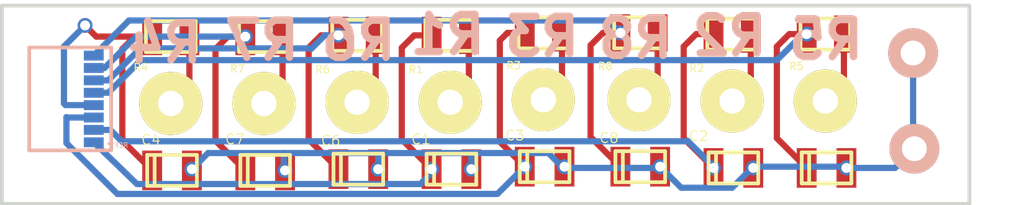
<source format=kicad_pcb>
(kicad_pcb (version 4) (host pcbnew 4.0.2-stable)

  (general
    (links 0)
    (no_connects 0)
    (area 135.274999 102.074999 174.375001 110.225001)
    (thickness 1.6)
    (drawings 12)
    (tracks 135)
    (zones 0)
    (modules 27)
    (nets 1)
  )

  (page A4)
  (layers
    (0 F.Cu signal)
    (31 B.Cu signal)
    (32 B.Adhes user)
    (33 F.Adhes user)
    (34 B.Paste user)
    (35 F.Paste user)
    (36 B.SilkS user)
    (37 F.SilkS user)
    (38 B.Mask user)
    (39 F.Mask user)
    (40 Dwgs.User user)
    (41 Cmts.User user)
    (42 Eco1.User user)
    (43 Eco2.User user)
    (44 Edge.Cuts user)
    (45 Margin user)
    (46 B.CrtYd user)
    (47 F.CrtYd user)
    (48 B.Fab user)
    (49 F.Fab user)
  )

  (setup
    (last_trace_width 0.25)
    (trace_clearance 0.2)
    (zone_clearance 0.508)
    (zone_45_only no)
    (trace_min 0.2)
    (segment_width 0.2)
    (edge_width 0.15)
    (via_size 0.6)
    (via_drill 0.4)
    (via_min_size 0.4)
    (via_min_drill 0.3)
    (uvia_size 0.3)
    (uvia_drill 0.1)
    (uvias_allowed no)
    (uvia_min_size 0.2)
    (uvia_min_drill 0.1)
    (pcb_text_width 0.3)
    (pcb_text_size 1.5 1.5)
    (mod_edge_width 0.15)
    (mod_text_size 1 1)
    (mod_text_width 0.15)
    (pad_size 1.524 1.524)
    (pad_drill 0.762)
    (pad_to_mask_clearance 0.2)
    (aux_axis_origin 0 0)
    (visible_elements 7FFFFFBF)
    (pcbplotparams
      (layerselection 0x00030_80000001)
      (usegerberextensions false)
      (excludeedgelayer true)
      (linewidth 0.100000)
      (plotframeref false)
      (viasonmask false)
      (mode 1)
      (useauxorigin false)
      (hpglpennumber 1)
      (hpglpenspeed 20)
      (hpglpendiameter 15)
      (hpglpenoverlay 2)
      (psnegative false)
      (psa4output false)
      (plotreference true)
      (plotvalue true)
      (plotinvisibletext false)
      (padsonsilk false)
      (subtractmaskfromsilk false)
      (outputformat 1)
      (mirror false)
      (drillshape 1)
      (scaleselection 1)
      (outputdirectory ""))
  )

  (net 0 "")

  (net_class Default "This is the default net class."
    (clearance 0.2)
    (trace_width 0.25)
    (via_dia 0.6)
    (via_drill 0.4)
    (uvia_dia 0.3)
    (uvia_drill 0.1)
  )

  (module "ground pad" (layer B.Cu) (tedit 57900340) (tstamp 57900322)
    (at 172.085 107.9246)
    (fp_text reference REF** (at 0 -0.5) (layer B.SilkS) hide
      (effects (font (size 1 1) (thickness 0.15)) (justify mirror))
    )
    (fp_text value "ground pad" (at 0 0.5) (layer B.Fab)
      (effects (font (size 1 1) (thickness 0.15)) (justify mirror))
    )
    (pad 1 thru_hole circle (at 0 0) (size 2 2) (drill 1) (layers *.Cu *.Mask B.SilkS))
  )

  (module "ground pad" (layer B.Cu) (tedit 5790033B) (tstamp 57900312)
    (at 172.0342 104.0638)
    (fp_text reference REF** (at 0 -0.5) (layer B.SilkS) hide
      (effects (font (size 1 1) (thickness 0.15)) (justify mirror))
    )
    (fp_text value "ground pad" (at 0 0.5) (layer B.Fab)
      (effects (font (size 1 1) (thickness 0.15)) (justify mirror))
    )
    (pad 1 thru_hole circle (at 0 0) (size 2 2) (drill 1) (layers *.Cu *.Mask B.SilkS))
  )

  (module Pin_Headers:Pin_Header_Straight_1x08 (layer B.Cu) (tedit 578FCF7F) (tstamp 578929BD)
    (at 139.05 106.15)
    (descr "Through hole pin header")
    (tags "pin header")
    (fp_text reference REF** (at 0.95 1.636) (layer B.SilkS)
      (effects (font (size 0.2 0.2) (thickness 0.03)) (justify mirror))
    )
    (fp_text value Pin_Header_Straight_1x08 (at 1.6 2.186) (layer B.Fab)
      (effects (font (size 0.2 0.2) (thickness 0.03)) (justify mirror))
    )
    (fp_line (start 0.7 1.841) (end 0.7 -2.309) (layer B.SilkS) (width 0.15))
    (fp_line (start -2.6 1.841) (end -2.6 -2.309) (layer B.SilkS) (width 0.15))
    (fp_line (start -2.6 -2.309) (end 0.7 -2.309) (layer B.SilkS) (width 0.15))
    (fp_line (start -2.6 1.841) (end 0.7 1.841) (layer B.SilkS) (width 0.15))
    (pad 1 connect rect (at 0 1.516) (size 0.8 0.4) (layers B.Cu B.Mask))
    (pad 2 smd rect (at 0 1.016) (size 0.8 0.4) (layers B.Cu B.Paste B.Mask))
    (pad 3 smd rect (at 0 0.516) (size 0.8 0.4) (layers B.Cu B.Paste B.Mask))
    (pad 4 smd rect (at 0 0.016) (size 0.8 0.4) (layers B.Cu B.Paste B.Mask))
    (pad 5 smd rect (at 0 -0.484) (size 0.8 0.4) (layers B.Cu B.Paste B.Mask))
    (pad 6 smd rect (at 0 -0.984) (size 0.8 0.4) (layers B.Cu B.Paste B.Mask))
    (pad 7 smd rect (at 0 -1.484) (size 0.8 0.4) (layers B.Cu B.Paste B.Mask))
    (pad 8 smd rect (at 0 -1.984) (size 0.8 0.4) (layers B.Cu B.Paste B.Mask))
  )

  (module pins (layer F.Cu) (tedit 578E74DD) (tstamp 5789385A)
    (at 153.4 106.05)
    (fp_text reference REF** (at 0 0.5) (layer F.SilkS) hide
      (effects (font (size 1 1) (thickness 0.15)))
    )
    (fp_text value pins (at 0 -0.5) (layer F.Fab)
      (effects (font (size 1 1) (thickness 0.15)))
    )
    (pad 1 thru_hole circle (at 0 0) (size 2.54 2.54) (drill 1.02) (layers *.Cu *.Mask F.SilkS))
  )

  (module Resistors_ThroughHole:Resistor_Ceramic_Horizontal_L19mm-W8mm-H8mm-p25mm (layer F.Cu) (tedit 578E69FD) (tstamp 57893851)
    (at 153.4 103.35)
    (descr "Resistor, Ceramic, Horizontal")
    (tags "Resistor, Ceramic, Horizontal")
    (fp_text reference R1 (at -1.381 1.3742) (layer F.SilkS)
      (effects (font (size 0.3 0.3) (thickness 0.045)))
    )
    (fp_text value R (at 0 1.016) (layer F.Fab)
      (effects (font (size 0.3 0.3) (thickness 0.045)))
    )
    (fp_line (start -1 -0.625) (end -1 0.625) (layer F.SilkS) (width 0.15))
    (fp_line (start -1 0.625) (end 1 0.625) (layer F.SilkS) (width 0.15))
    (fp_line (start 1 0.625) (end 1 -0.625) (layer F.SilkS) (width 0.15))
    (fp_line (start -1 -0.625) (end 1 -0.625) (layer F.SilkS) (width 0.15))
    (pad 1 smd rect (at -0.75 0 180) (size 0.8 1.5) (layers F.Cu F.Paste F.Mask))
    (pad 2 smd rect (at 0.75 0 180) (size 0.8 1.5) (layers F.Cu F.Paste F.Mask))
    (model Resistors_ThroughHole.3dshapes/Resistor_Ceramic_Horizontal_L19mm-W8mm-H8mm-p25mm.wrl
      (at (xyz 0 0 0))
      (scale (xyz 0.5 1.1 1))
      (rotate (xyz 0 0 0))
    )
  )

  (module Capacitors_Tantalum_SMD:TantalC_SizeR_EIA-2012 (layer F.Cu) (tedit 578E6A0B) (tstamp 57893847)
    (at 153.45 108.75 180)
    (descr "Tantal Cap. , Size C, EIA-2012")
    (fp_text reference C1 (at 1.2278 1.2064 180) (layer F.SilkS)
      (effects (font (size 0.4 0.4) (thickness 0.045)))
    )
    (fp_text value C (at 0 1.27 180) (layer F.Fab)
      (effects (font (size 0.4 0.4) (thickness 0.045)))
    )
    (fp_line (start 0.7 -0.625) (end 0.7 0.625) (layer F.SilkS) (width 0.15))
    (fp_line (start -1 -0.625) (end -1 0.625) (layer F.SilkS) (width 0.15))
    (fp_line (start -1 0.625) (end 1 0.625) (layer F.SilkS) (width 0.15))
    (fp_line (start 1 0.625) (end 1 -0.625) (layer F.SilkS) (width 0.15))
    (fp_line (start 1 -0.625) (end -1 -0.625) (layer F.SilkS) (width 0.15))
    (pad 1 smd rect (at 0.8 0 180) (size 0.8 1.6) (layers F.Cu F.Paste F.Mask))
    (pad 2 smd rect (at -0.8 0 180) (size 0.8 1.6) (layers F.Cu F.Paste F.Mask))
    (model Capacitors_Tantalum_SMD.3dshapes/TantalC_SizeR_EIA-2012.wrl
      (at (xyz 0 0 0))
      (scale (xyz 1.55 1.5 1))
      (rotate (xyz 0 0 0))
    )
  )

  (module Capacitors_Tantalum_SMD:TantalC_SizeR_EIA-2012 (layer F.Cu) (tedit 578E69E7) (tstamp 5789383D)
    (at 149.7 108.75 180)
    (descr "Tantal Cap. , Size C, EIA-2012")
    (fp_text reference C6 (at 1.11 1.1556 180) (layer F.SilkS)
      (effects (font (size 0.4 0.4) (thickness 0.045)))
    )
    (fp_text value C (at 0 1.27 180) (layer F.Fab)
      (effects (font (size 0.4 0.4) (thickness 0.045)))
    )
    (fp_line (start 0.7 -0.625) (end 0.7 0.625) (layer F.SilkS) (width 0.15))
    (fp_line (start -1 -0.625) (end -1 0.625) (layer F.SilkS) (width 0.15))
    (fp_line (start -1 0.625) (end 1 0.625) (layer F.SilkS) (width 0.15))
    (fp_line (start 1 0.625) (end 1 -0.625) (layer F.SilkS) (width 0.15))
    (fp_line (start 1 -0.625) (end -1 -0.625) (layer F.SilkS) (width 0.15))
    (pad 1 smd rect (at 0.8 0 180) (size 0.8 1.6) (layers F.Cu F.Paste F.Mask))
    (pad 2 smd rect (at -0.8 0 180) (size 0.8 1.6) (layers F.Cu F.Paste F.Mask))
    (model Capacitors_Tantalum_SMD.3dshapes/TantalC_SizeR_EIA-2012.wrl
      (at (xyz 0 0 0))
      (scale (xyz 1.55 1.5 1))
      (rotate (xyz 0 0 0))
    )
  )

  (module Resistors_ThroughHole:Resistor_Ceramic_Horizontal_L19mm-W8mm-H8mm-p25mm (layer F.Cu) (tedit 578E69CE) (tstamp 57893834)
    (at 149.65 103.35)
    (descr "Resistor, Ceramic, Horizontal")
    (tags "Resistor, Ceramic, Horizontal")
    (fp_text reference R6 (at -1.3902 1.3742) (layer F.SilkS)
      (effects (font (size 0.3 0.3) (thickness 0.045)))
    )
    (fp_text value R (at 0 1.016) (layer F.Fab)
      (effects (font (size 0.3 0.3) (thickness 0.045)))
    )
    (fp_line (start -1 -0.625) (end -1 0.625) (layer F.SilkS) (width 0.15))
    (fp_line (start -1 0.625) (end 1 0.625) (layer F.SilkS) (width 0.15))
    (fp_line (start 1 0.625) (end 1 -0.625) (layer F.SilkS) (width 0.15))
    (fp_line (start -1 -0.625) (end 1 -0.625) (layer F.SilkS) (width 0.15))
    (pad 1 smd rect (at -0.75 0 180) (size 0.8 1.5) (layers F.Cu F.Paste F.Mask))
    (pad 2 smd rect (at 0.75 0 180) (size 0.8 1.5) (layers F.Cu F.Paste F.Mask))
    (model Resistors_ThroughHole.3dshapes/Resistor_Ceramic_Horizontal_L19mm-W8mm-H8mm-p25mm.wrl
      (at (xyz 0 0 0))
      (scale (xyz 0.5 1.1 1))
      (rotate (xyz 0 0 0))
    )
  )

  (module pins (layer F.Cu) (tedit 578E74D7) (tstamp 57893830)
    (at 149.65 106.05)
    (fp_text reference REF** (at 0 0.5) (layer F.SilkS) hide
      (effects (font (size 1 1) (thickness 0.15)))
    )
    (fp_text value pins (at 0 -0.5) (layer F.Fab)
      (effects (font (size 1 1) (thickness 0.15)))
    )
    (pad 1 thru_hole circle (at 0 0) (size 2.54 2.54) (drill 1.02) (layers *.Cu *.Mask F.SilkS))
  )

  (module pins (layer F.Cu) (tedit 578E691A) (tstamp 57893824)
    (at 142.15 106.1)
    (fp_text reference "" (at 0 0.5) (layer F.SilkS)
      (effects (font (size 1 1) (thickness 0.15)))
    )
    (fp_text value "" (at 0 -0.5) (layer F.Fab)
      (effects (font (size 1 1) (thickness 0.15)))
    )
    (pad 1 thru_hole circle (at 0 0) (size 2.54 2.54) (drill 1.02) (layers *.Cu *.Mask F.SilkS))
  )

  (module Resistors_ThroughHole:Resistor_Ceramic_Horizontal_L19mm-W8mm-H8mm-p25mm (layer F.Cu) (tedit 578E69AC) (tstamp 5789381B)
    (at 142.15 103.4)
    (descr "Resistor, Ceramic, Horizontal")
    (tags "Resistor, Ceramic, Horizontal")
    (fp_text reference R4 (at -1.2054 1.248) (layer F.SilkS)
      (effects (font (size 0.3 0.3) (thickness 0.045)))
    )
    (fp_text value R (at 0.0138 0.994) (layer F.Fab)
      (effects (font (size 0.3 0.3) (thickness 0.045)))
    )
    (fp_line (start -1 -0.625) (end -1 0.625) (layer F.SilkS) (width 0.15))
    (fp_line (start -1 0.625) (end 1 0.625) (layer F.SilkS) (width 0.15))
    (fp_line (start 1 0.625) (end 1 -0.625) (layer F.SilkS) (width 0.15))
    (fp_line (start -1 -0.625) (end 1 -0.625) (layer F.SilkS) (width 0.15))
    (pad 1 smd rect (at -0.75 0 180) (size 0.8 1.5) (layers F.Cu F.Paste F.Mask))
    (pad 2 smd rect (at 0.75 0 180) (size 0.8 1.5) (layers F.Cu F.Paste F.Mask))
    (model Resistors_ThroughHole.3dshapes/Resistor_Ceramic_Horizontal_L19mm-W8mm-H8mm-p25mm.wrl
      (at (xyz 0 0 0))
      (scale (xyz 0.5 1.1 1))
      (rotate (xyz 0 0 0))
    )
  )

  (module Capacitors_Tantalum_SMD:TantalC_SizeR_EIA-2012 (layer F.Cu) (tedit 578E6959) (tstamp 57893811)
    (at 142.2 108.8 180)
    (descr "Tantal Cap. , Size C, EIA-2012")
    (fp_text reference C4 (at 0.849 1.231 180) (layer F.SilkS)
      (effects (font (size 0.4 0.4) (thickness 0.045)))
    )
    (fp_text value C (at 0 1.27 180) (layer F.Fab)
      (effects (font (size 0.4 0.4) (thickness 0.045)))
    )
    (fp_line (start 0.7 -0.625) (end 0.7 0.625) (layer F.SilkS) (width 0.15))
    (fp_line (start -1 -0.625) (end -1 0.625) (layer F.SilkS) (width 0.15))
    (fp_line (start -1 0.625) (end 1 0.625) (layer F.SilkS) (width 0.15))
    (fp_line (start 1 0.625) (end 1 -0.625) (layer F.SilkS) (width 0.15))
    (fp_line (start 1 -0.625) (end -1 -0.625) (layer F.SilkS) (width 0.15))
    (pad 1 smd rect (at 0.8 0 180) (size 0.8 1.6) (layers F.Cu F.Paste F.Mask))
    (pad 2 smd rect (at -0.8 0 180) (size 0.8 1.6) (layers F.Cu F.Paste F.Mask))
    (model Capacitors_Tantalum_SMD.3dshapes/TantalC_SizeR_EIA-2012.wrl
      (at (xyz 0 0 0))
      (scale (xyz 1.55 1.5 1))
      (rotate (xyz 0 0 0))
    )
  )

  (module Capacitors_Tantalum_SMD:TantalC_SizeR_EIA-2012 (layer F.Cu) (tedit 578E69BA) (tstamp 578937F6)
    (at 145.95 108.8 180)
    (descr "Tantal Cap. , Size C, EIA-2012")
    (fp_text reference C7 (at 1.2208 1.2564 180) (layer F.SilkS)
      (effects (font (size 0.4 0.4) (thickness 0.045)))
    )
    (fp_text value C (at 0 1.27 180) (layer F.Fab)
      (effects (font (size 0.4 0.4) (thickness 0.045)))
    )
    (fp_line (start 0.7 -0.625) (end 0.7 0.625) (layer F.SilkS) (width 0.15))
    (fp_line (start -1 -0.625) (end -1 0.625) (layer F.SilkS) (width 0.15))
    (fp_line (start -1 0.625) (end 1 0.625) (layer F.SilkS) (width 0.15))
    (fp_line (start 1 0.625) (end 1 -0.625) (layer F.SilkS) (width 0.15))
    (fp_line (start 1 -0.625) (end -1 -0.625) (layer F.SilkS) (width 0.15))
    (pad 1 smd rect (at 0.8 0 180) (size 0.8 1.6) (layers F.Cu F.Paste F.Mask))
    (pad 2 smd rect (at -0.8 0 180) (size 0.8 1.6) (layers F.Cu F.Paste F.Mask))
    (model Capacitors_Tantalum_SMD.3dshapes/TantalC_SizeR_EIA-2012.wrl
      (at (xyz 0 0 0))
      (scale (xyz 1.55 1.5 1))
      (rotate (xyz 0 0 0))
    )
  )

  (module Resistors_ThroughHole:Resistor_Ceramic_Horizontal_L19mm-W8mm-H8mm-p25mm (layer F.Cu) (tedit 578E69A0) (tstamp 578937ED)
    (at 145.9 103.4)
    (descr "Resistor, Ceramic, Horizontal")
    (tags "Resistor, Ceramic, Horizontal")
    (fp_text reference R7 (at -1.0692 1.2988) (layer F.SilkS)
      (effects (font (size 0.3 0.3) (thickness 0.045)))
    )
    (fp_text value R (at 0 1.016) (layer F.Fab)
      (effects (font (size 0.3 0.3) (thickness 0.045)))
    )
    (fp_line (start -1 -0.625) (end -1 0.625) (layer F.SilkS) (width 0.15))
    (fp_line (start -1 0.625) (end 1 0.625) (layer F.SilkS) (width 0.15))
    (fp_line (start 1 0.625) (end 1 -0.625) (layer F.SilkS) (width 0.15))
    (fp_line (start -1 -0.625) (end 1 -0.625) (layer F.SilkS) (width 0.15))
    (pad 1 smd rect (at -0.75 0 180) (size 0.8 1.5) (layers F.Cu F.Paste F.Mask))
    (pad 2 smd rect (at 0.75 0 180) (size 0.8 1.5) (layers F.Cu F.Paste F.Mask))
    (model Resistors_ThroughHole.3dshapes/Resistor_Ceramic_Horizontal_L19mm-W8mm-H8mm-p25mm.wrl
      (at (xyz 0 0 0))
      (scale (xyz 0.5 1.1 1))
      (rotate (xyz 0 0 0))
    )
  )

  (module pins (layer F.Cu) (tedit 578E74D4) (tstamp 578937E9)
    (at 145.9 106.1)
    (fp_text reference REF** (at 0 0.5) (layer F.SilkS) hide
      (effects (font (size 1 1) (thickness 0.15)))
    )
    (fp_text value pins (at 0 -0.5) (layer F.Fab)
      (effects (font (size 1 1) (thickness 0.15)))
    )
    (pad 1 thru_hole circle (at 0 0) (size 2.54 2.54) (drill 1.02) (layers *.Cu *.Mask F.SilkS))
  )

  (module pins (layer F.Cu) (tedit 578E74E3) (tstamp 57891977)
    (at 168.5 106)
    (fp_text reference REF** (at 0 0.5) (layer F.SilkS) hide
      (effects (font (size 1 1) (thickness 0.15)))
    )
    (fp_text value pins (at 0 -0.5) (layer F.Fab)
      (effects (font (size 1 1) (thickness 0.15)))
    )
    (pad 1 thru_hole circle (at 0 0) (size 2.54 2.54) (drill 1.02) (layers *.Cu *.Mask F.SilkS))
  )

  (module Resistors_ThroughHole:Resistor_Ceramic_Horizontal_L19mm-W8mm-H8mm-p25mm (layer F.Cu) (tedit 578E6A9A) (tstamp 5788091C)
    (at 168.5 103.3)
    (descr "Resistor, Ceramic, Horizontal")
    (tags "Resistor, Ceramic, Horizontal")
    (fp_text reference R5 (at -1.1648 1.2972) (layer F.SilkS)
      (effects (font (size 0.3 0.3) (thickness 0.045)))
    )
    (fp_text value R (at 0 1.016) (layer F.Fab)
      (effects (font (size 0.3 0.3) (thickness 0.045)))
    )
    (fp_line (start -1 -0.625) (end -1 0.625) (layer F.SilkS) (width 0.15))
    (fp_line (start -1 0.625) (end 1 0.625) (layer F.SilkS) (width 0.15))
    (fp_line (start 1 0.625) (end 1 -0.625) (layer F.SilkS) (width 0.15))
    (fp_line (start -1 -0.625) (end 1 -0.625) (layer F.SilkS) (width 0.15))
    (pad 1 smd rect (at -0.75 0 180) (size 0.8 1.5) (layers F.Cu F.Paste F.Mask))
    (pad 2 smd rect (at 0.75 0 180) (size 0.8 1.5) (layers F.Cu F.Paste F.Mask))
    (model Resistors_ThroughHole.3dshapes/Resistor_Ceramic_Horizontal_L19mm-W8mm-H8mm-p25mm.wrl
      (at (xyz 0 0 0))
      (scale (xyz 0.5 1.1 1))
      (rotate (xyz 0 0 0))
    )
  )

  (module Capacitors_Tantalum_SMD:TantalC_SizeR_EIA-2012 (layer F.Cu) (tedit 578E7507) (tstamp 57880912)
    (at 168.55 108.7 180)
    (descr "Tantal Cap. , Size C, EIA-2012")
    (fp_text reference "" (at 0.0254 -1.2954 180) (layer F.SilkS)
      (effects (font (size 0.4 0.4) (thickness 0.045)))
    )
    (fp_text value C (at 0 1.27 180) (layer F.Fab)
      (effects (font (size 0.4 0.4) (thickness 0.045)))
    )
    (fp_line (start 0.7 -0.625) (end 0.7 0.625) (layer F.SilkS) (width 0.15))
    (fp_line (start -1 -0.625) (end -1 0.625) (layer F.SilkS) (width 0.15))
    (fp_line (start -1 0.625) (end 1 0.625) (layer F.SilkS) (width 0.15))
    (fp_line (start 1 0.625) (end 1 -0.625) (layer F.SilkS) (width 0.15))
    (fp_line (start 1 -0.625) (end -1 -0.625) (layer F.SilkS) (width 0.15))
    (pad 1 smd rect (at 0.8 0 180) (size 0.8 1.6) (layers F.Cu F.Paste F.Mask))
    (pad 2 smd rect (at -0.8 0 180) (size 0.8 1.6) (layers F.Cu F.Paste F.Mask))
    (model Capacitors_Tantalum_SMD.3dshapes/TantalC_SizeR_EIA-2012.wrl
      (at (xyz 0 0 0))
      (scale (xyz 1.55 1.5 1))
      (rotate (xyz 0 0 0))
    )
  )

  (module Capacitors_Tantalum_SMD:TantalC_SizeR_EIA-2012 (layer F.Cu) (tedit 578E6A41) (tstamp 57892A4C)
    (at 161.05 108.65 180)
    (descr "Tantal Cap. , Size C, EIA-2012")
    (fp_text reference C8 (at 1.2586 1.1572 180) (layer F.SilkS)
      (effects (font (size 0.4 0.4) (thickness 0.045)))
    )
    (fp_text value C (at 0 1.27 180) (layer F.Fab)
      (effects (font (size 0.4 0.4) (thickness 0.045)))
    )
    (fp_line (start 0.7 -0.625) (end 0.7 0.625) (layer F.SilkS) (width 0.15))
    (fp_line (start -1 -0.625) (end -1 0.625) (layer F.SilkS) (width 0.15))
    (fp_line (start -1 0.625) (end 1 0.625) (layer F.SilkS) (width 0.15))
    (fp_line (start 1 0.625) (end 1 -0.625) (layer F.SilkS) (width 0.15))
    (fp_line (start 1 -0.625) (end -1 -0.625) (layer F.SilkS) (width 0.15))
    (pad 1 smd rect (at 0.8 0 180) (size 0.8 1.6) (layers F.Cu F.Paste F.Mask))
    (pad 2 smd rect (at -0.8 0 180) (size 0.8 1.6) (layers F.Cu F.Paste F.Mask))
    (model Capacitors_Tantalum_SMD.3dshapes/TantalC_SizeR_EIA-2012.wrl
      (at (xyz 0 0 0))
      (scale (xyz 1.55 1.5 1))
      (rotate (xyz 0 0 0))
    )
  )

  (module Resistors_ThroughHole:Resistor_Ceramic_Horizontal_L19mm-W8mm-H8mm-p25mm (layer F.Cu) (tedit 578E6A36) (tstamp 57892A43)
    (at 161 103.25)
    (descr "Resistor, Ceramic, Horizontal")
    (tags "Resistor, Ceramic, Horizontal")
    (fp_text reference R8 (at -1.361 1.3472) (layer F.SilkS)
      (effects (font (size 0.3 0.3) (thickness 0.045)))
    )
    (fp_text value R (at 0 1.016) (layer F.Fab)
      (effects (font (size 0.3 0.3) (thickness 0.045)))
    )
    (fp_line (start -1 -0.625) (end -1 0.625) (layer F.SilkS) (width 0.15))
    (fp_line (start -1 0.625) (end 1 0.625) (layer F.SilkS) (width 0.15))
    (fp_line (start 1 0.625) (end 1 -0.625) (layer F.SilkS) (width 0.15))
    (fp_line (start -1 -0.625) (end 1 -0.625) (layer F.SilkS) (width 0.15))
    (pad 1 smd rect (at -0.75 0 180) (size 0.8 1.5) (layers F.Cu F.Paste F.Mask))
    (pad 2 smd rect (at 0.75 0 180) (size 0.8 1.5) (layers F.Cu F.Paste F.Mask))
    (model Resistors_ThroughHole.3dshapes/Resistor_Ceramic_Horizontal_L19mm-W8mm-H8mm-p25mm.wrl
      (at (xyz 0 0 0))
      (scale (xyz 0.5 1.1 1))
      (rotate (xyz 0 0 0))
    )
  )

  (module pins (layer F.Cu) (tedit 578E74F4) (tstamp 57892A3F)
    (at 161 105.95)
    (fp_text reference REF** (at 0 0.5) (layer F.SilkS) hide
      (effects (font (size 1 1) (thickness 0.15)))
    )
    (fp_text value pins (at 0 -0.5) (layer F.Fab)
      (effects (font (size 1 1) (thickness 0.15)))
    )
    (pad 1 thru_hole circle (at 0 0) (size 2.54 2.54) (drill 1.02) (layers *.Cu *.Mask F.SilkS))
  )

  (module pins (layer F.Cu) (tedit 578E74FF) (tstamp 57892A3B)
    (at 157.15 105.95)
    (fp_text reference REF** (at 0 0.5) (layer F.SilkS) hide
      (effects (font (size 1 1) (thickness 0.15)))
    )
    (fp_text value pins (at 0 -0.5) (layer F.Fab)
      (effects (font (size 1 1) (thickness 0.15)))
    )
    (pad 1 thru_hole circle (at 0 0) (size 2.54 2.54) (drill 1.02) (layers *.Cu *.Mask F.SilkS))
  )

  (module Resistors_ThroughHole:Resistor_Ceramic_Horizontal_L19mm-W8mm-H8mm-p25mm (layer F.Cu) (tedit 578E6A27) (tstamp 57892A32)
    (at 157.15 103.25)
    (descr "Resistor, Ceramic, Horizontal")
    (tags "Resistor, Ceramic, Horizontal")
    (fp_text reference R3 (at -1.194 1.3218) (layer F.SilkS)
      (effects (font (size 0.3 0.3) (thickness 0.045)))
    )
    (fp_text value R (at 0 1.016) (layer F.Fab)
      (effects (font (size 0.3 0.3) (thickness 0.045)))
    )
    (fp_line (start -1 -0.625) (end -1 0.625) (layer F.SilkS) (width 0.15))
    (fp_line (start -1 0.625) (end 1 0.625) (layer F.SilkS) (width 0.15))
    (fp_line (start 1 0.625) (end 1 -0.625) (layer F.SilkS) (width 0.15))
    (fp_line (start -1 -0.625) (end 1 -0.625) (layer F.SilkS) (width 0.15))
    (pad 1 smd rect (at -0.75 0 180) (size 0.8 1.5) (layers F.Cu F.Paste F.Mask))
    (pad 2 smd rect (at 0.75 0 180) (size 0.8 1.5) (layers F.Cu F.Paste F.Mask))
    (model Resistors_ThroughHole.3dshapes/Resistor_Ceramic_Horizontal_L19mm-W8mm-H8mm-p25mm.wrl
      (at (xyz 0 0 0))
      (scale (xyz 0.5 1.1 1))
      (rotate (xyz 0 0 0))
    )
  )

  (module Capacitors_Tantalum_SMD:TantalC_SizeR_EIA-2012 (layer F.Cu) (tedit 578E6A1C) (tstamp 57892A28)
    (at 157.2 108.65 180)
    (descr "Tantal Cap. , Size C, EIA-2012")
    (fp_text reference C3 (at 1.1932 1.2588 180) (layer F.SilkS)
      (effects (font (size 0.4 0.4) (thickness 0.045)))
    )
    (fp_text value C (at 0 1.27 180) (layer F.Fab)
      (effects (font (size 0.4 0.4) (thickness 0.045)))
    )
    (fp_line (start 0.7 -0.625) (end 0.7 0.625) (layer F.SilkS) (width 0.15))
    (fp_line (start -1 -0.625) (end -1 0.625) (layer F.SilkS) (width 0.15))
    (fp_line (start -1 0.625) (end 1 0.625) (layer F.SilkS) (width 0.15))
    (fp_line (start 1 0.625) (end 1 -0.625) (layer F.SilkS) (width 0.15))
    (fp_line (start 1 -0.625) (end -1 -0.625) (layer F.SilkS) (width 0.15))
    (pad 1 smd rect (at 0.8 0 180) (size 0.8 1.6) (layers F.Cu F.Paste F.Mask))
    (pad 2 smd rect (at -0.8 0 180) (size 0.8 1.6) (layers F.Cu F.Paste F.Mask))
    (model Capacitors_Tantalum_SMD.3dshapes/TantalC_SizeR_EIA-2012.wrl
      (at (xyz 0 0 0))
      (scale (xyz 1.55 1.5 1))
      (rotate (xyz 0 0 0))
    )
  )

  (module Capacitors_Tantalum_SMD:TantalC_SizeR_EIA-2012 (layer F.Cu) (tedit 578E6A7E) (tstamp 578928C7)
    (at 164.8 108.7 180)
    (descr "Tantal Cap. , Size C, EIA-2012")
    (fp_text reference C2 (at 1.4018 1.2834 180) (layer F.SilkS)
      (effects (font (size 0.4 0.4) (thickness 0.045)))
    )
    (fp_text value C (at 0 1.27 180) (layer F.Fab)
      (effects (font (size 0.4 0.4) (thickness 0.045)))
    )
    (fp_line (start 0.7 -0.625) (end 0.7 0.625) (layer F.SilkS) (width 0.15))
    (fp_line (start -1 -0.625) (end -1 0.625) (layer F.SilkS) (width 0.15))
    (fp_line (start -1 0.625) (end 1 0.625) (layer F.SilkS) (width 0.15))
    (fp_line (start 1 0.625) (end 1 -0.625) (layer F.SilkS) (width 0.15))
    (fp_line (start 1 -0.625) (end -1 -0.625) (layer F.SilkS) (width 0.15))
    (pad 1 smd rect (at 0.8 0 180) (size 0.8 1.6) (layers F.Cu F.Paste F.Mask))
    (pad 2 smd rect (at -0.8 0 180) (size 0.8 1.6) (layers F.Cu F.Paste F.Mask))
    (model Capacitors_Tantalum_SMD.3dshapes/TantalC_SizeR_EIA-2012.wrl
      (at (xyz 0 0 0))
      (scale (xyz 1.55 1.5 1))
      (rotate (xyz 0 0 0))
    )
  )

  (module Resistors_ThroughHole:Resistor_Ceramic_Horizontal_L19mm-W8mm-H8mm-p25mm (layer F.Cu) (tedit 578E6A70) (tstamp 578928BE)
    (at 164.75 103.3)
    (descr "Resistor, Ceramic, Horizontal")
    (tags "Resistor, Ceramic, Horizontal")
    (fp_text reference R2 (at -1.428 1.3734) (layer F.SilkS)
      (effects (font (size 0.3 0.3) (thickness 0.045)))
    )
    (fp_text value R (at 0 1.016) (layer F.Fab)
      (effects (font (size 0.3 0.3) (thickness 0.045)))
    )
    (fp_line (start -1 -0.625) (end -1 0.625) (layer F.SilkS) (width 0.15))
    (fp_line (start -1 0.625) (end 1 0.625) (layer F.SilkS) (width 0.15))
    (fp_line (start 1 0.625) (end 1 -0.625) (layer F.SilkS) (width 0.15))
    (fp_line (start -1 -0.625) (end 1 -0.625) (layer F.SilkS) (width 0.15))
    (pad 1 smd rect (at -0.75 0 180) (size 0.8 1.5) (layers F.Cu F.Paste F.Mask))
    (pad 2 smd rect (at 0.75 0 180) (size 0.8 1.5) (layers F.Cu F.Paste F.Mask))
    (model Resistors_ThroughHole.3dshapes/Resistor_Ceramic_Horizontal_L19mm-W8mm-H8mm-p25mm.wrl
      (at (xyz 0 0 0))
      (scale (xyz 0.5 1.1 1))
      (rotate (xyz 0 0 0))
    )
  )

  (module pins (layer F.Cu) (tedit 578E74EB) (tstamp 578928BA)
    (at 164.75 106)
    (fp_text reference REF** (at 0 0.5) (layer F.SilkS) hide
      (effects (font (size 1 1) (thickness 0.15)))
    )
    (fp_text value pins (at 0 -0.5) (layer F.Fab)
      (effects (font (size 1 1) (thickness 0.15)))
    )
    (pad 1 thru_hole circle (at 0 0) (size 2.54 2.54) (drill 1.02) (layers *.Cu *.Mask F.SilkS))
  )

  (gr_text "R5\n" (at 168.529 103.5304) (layer B.SilkS)
    (effects (font (size 1.5 1.5) (thickness 0.3)) (justify mirror))
  )
  (gr_text "R2\n" (at 164.6428 103.378) (layer B.SilkS)
    (effects (font (size 1.5 1.5) (thickness 0.3)) (justify mirror))
  )
  (gr_text "R8\n" (at 160.8582 103.4796) (layer B.SilkS)
    (effects (font (size 1.5 1.5) (thickness 0.3)) (justify mirror))
  )
  (gr_text "R3\n" (at 157.099 103.4034) (layer B.SilkS)
    (effects (font (size 1.5 1.5) (thickness 0.3)) (justify mirror))
  )
  (gr_text "R1\n" (at 153.289 103.3272) (layer B.SilkS)
    (effects (font (size 1.5 1.5) (thickness 0.3)) (justify mirror))
  )
  (gr_text "R6\n" (at 149.7076 103.5558) (layer B.SilkS)
    (effects (font (size 1.5 1.5) (thickness 0.3)) (justify mirror))
  )
  (gr_text R7 (at 145.8214 103.5558) (layer B.SilkS)
    (effects (font (size 1.5 1.5) (thickness 0.3)) (justify mirror))
  )
  (gr_text R4 (at 141.9098 103.6574) (layer B.SilkS)
    (effects (font (size 1.5 1.5) (thickness 0.3)) (justify mirror))
  )
  (gr_line (start 135.35 102.15) (end 135.35 110.15) (angle 90) (layer Edge.Cuts) (width 0.15))
  (gr_line (start 174.3 102.15) (end 135.35 102.15) (angle 90) (layer Edge.Cuts) (width 0.15))
  (gr_line (start 174.3 110.15) (end 174.3 102.15) (angle 90) (layer Edge.Cuts) (width 0.15))
  (gr_line (start 174.3 110.15) (end 135.35 110.15) (angle 90) (layer Edge.Cuts) (width 0.15))

  (segment (start 172.0342 104.0638) (end 172.0342 107.8738) (width 0.25) (layer B.Cu) (net 0))
  (segment (start 172.0342 107.8738) (end 172.085 107.9246) (width 0.25) (layer B.Cu) (net 0) (tstamp 57900358))
  (segment (start 169.35 108.7) (end 171.3096 108.7) (width 0.25) (layer B.Cu) (net 0))
  (segment (start 169.35 108.65) (end 169.35 108.7) (width 0.25) (layer B.Cu) (net 0) (tstamp 57894CD8))
  (segment (start 165.6 108.65) (end 169.35 108.65) (width 0.25) (layer B.Cu) (net 0))
  (via (at 169.35 108.7) (size 0.6) (drill 0.4) (layers F.Cu B.Cu) (net 0))
  (via (at 165.6 108.7) (size 0.6) (drill 0.4) (layers F.Cu B.Cu) (net 0))
  (segment (start 171.3096 108.7) (end 172.085 107.9246) (width 0.25) (layer B.Cu) (net 0) (tstamp 57900355))
  (segment (start 156.4 103.25) (end 155.703 103.25) (width 0.25) (layer F.Cu) (net 0))
  (segment (start 155.3972 107.6472) (end 156.4 108.65) (width 0.25) (layer F.Cu) (net 0) (tstamp 578E668B))
  (segment (start 155.3972 103.5558) (end 155.3972 107.6472) (width 0.25) (layer F.Cu) (net 0) (tstamp 578E6686))
  (segment (start 155.703 103.25) (end 155.3972 103.5558) (width 0.25) (layer F.Cu) (net 0) (tstamp 578E667D))
  (segment (start 162.975 107.625) (end 140.175 107.625) (width 0.25) (layer B.Cu) (net 0))
  (segment (start 139.716 107.166) (end 139.05 107.166) (width 0.25) (layer B.Cu) (net 0) (tstamp 57894E20))
  (segment (start 140.175 107.625) (end 139.716 107.166) (width 0.25) (layer B.Cu) (net 0) (tstamp 57894E12))
  (segment (start 162.8 107.5) (end 162.8 103.8) (width 0.25) (layer F.Cu) (net 0))
  (via (at 164 108.7) (size 0.6) (drill 0.4) (layers F.Cu B.Cu) (net 0))
  (segment (start 164 103.3) (end 163.3 103.3) (width 0.25) (layer F.Cu) (net 0) (tstamp 578928D1))
  (segment (start 162.8 103.8) (end 163.3 103.3) (width 0.25) (layer F.Cu) (net 0) (tstamp 57892A0B))
  (segment (start 164 108.7) (end 162.8 107.5) (width 0.25) (layer F.Cu) (net 0) (tstamp 578928D2))
  (segment (start 164 108.65) (end 162.975 107.625) (width 0.25) (layer B.Cu) (net 0) (tstamp 57893668))
  (segment (start 162.975 107.625) (end 162.95 107.6) (width 0.25) (layer B.Cu) (net 0) (tstamp 57894E10))
  (segment (start 164 108.7) (end 164 108.65) (width 0.25) (layer B.Cu) (net 0))
  (via (at 156.4 108.65) (size 0.6) (drill 0.4) (layers F.Cu B.Cu) (net 0))
  (segment (start 137.95 107.7) (end 137.95 106.65) (width 0.25) (layer B.Cu) (net 0) (tstamp 578947FE))
  (segment (start 137.95 106.65) (end 137.966 106.666) (width 0.25) (layer B.Cu) (net 0) (tstamp 57894807))
  (segment (start 139.05 106.666) (end 137.966 106.666) (width 0.25) (layer B.Cu) (net 0) (tstamp 5789480F))
  (segment (start 140 109.75) (end 137.95 107.7) (width 0.25) (layer B.Cu) (net 0) (tstamp 57894DE6))
  (segment (start 155.3 109.75) (end 140 109.75) (width 0.25) (layer B.Cu) (net 0) (tstamp 57894DDC))
  (segment (start 155.3 109.75) (end 156.4 108.65) (width 0.25) (layer B.Cu) (net 0) (tstamp 57894DDB))
  (via (at 143 108.75) (size 0.6) (drill 0.4) (layers F.Cu B.Cu) (net 0))
  (segment (start 143 108.75) (end 143 108.8) (width 0.25) (layer F.Cu) (net 0) (tstamp 57894D77))
  (via (at 146.75 108.8) (size 0.6) (drill 0.4) (layers F.Cu B.Cu) (net 0))
  (segment (start 146.7 108.1) (end 146.7 108.75) (width 0.25) (layer B.Cu) (net 0) (tstamp 57894D6C))
  (segment (start 146.7 108.75) (end 146.75 108.8) (width 0.25) (layer B.Cu) (net 0) (tstamp 57894D6B))
  (segment (start 150.5 108.75) (end 150.5 108.1) (width 0.25) (layer B.Cu) (net 0))
  (via (at 150.5 108.75) (size 0.6) (drill 0.4) (layers F.Cu B.Cu) (net 0))
  (segment (start 150.45 108.15) (end 150.45 108.1) (width 0.25) (layer B.Cu) (net 0) (tstamp 57894D61))
  (segment (start 150.5 108.1) (end 150.45 108.15) (width 0.25) (layer B.Cu) (net 0) (tstamp 57894D5D))
  (segment (start 154.25 108.75) (end 154.25 108.1) (width 0.25) (layer B.Cu) (net 0))
  (via (at 154.25 108.75) (size 0.6) (drill 0.4) (layers F.Cu B.Cu) (net 0))
  (via (at 158 108.65) (size 0.6) (drill 0.4) (layers F.Cu B.Cu) (net 0))
  (segment (start 157.95 108.7) (end 158 108.7) (width 0.25) (layer B.Cu) (net 0) (tstamp 57894CF1))
  (segment (start 158 108.7) (end 158 108.65) (width 0.25) (layer B.Cu) (net 0) (tstamp 57894CF0))
  (via (at 161.85 108.65) (size 0.6) (drill 0.4) (layers F.Cu B.Cu) (net 0))
  (segment (start 161.85 108.65) (end 161.9 108.7) (width 0.25) (layer B.Cu) (net 0) (tstamp 57894CEA))
  (segment (start 165.6 108.65) (end 165.575 108.675) (width 0.25) (layer B.Cu) (net 0) (tstamp 57894CE2))
  (segment (start 165.575 108.675) (end 165.6 108.7) (width 0.25) (layer B.Cu) (net 0) (tstamp 57894CE1))
  (segment (start 165.6 108.65) (end 164.75 109.5) (width 0.25) (layer B.Cu) (net 0) (tstamp 57894C8C))
  (segment (start 164.75 109.5) (end 162.7 109.5) (width 0.25) (layer B.Cu) (net 0) (tstamp 57894C9E))
  (segment (start 162.7 109.5) (end 161.9 108.7) (width 0.25) (layer B.Cu) (net 0) (tstamp 57894CA5))
  (segment (start 161.9 108.7) (end 157.95 108.7) (width 0.25) (layer B.Cu) (net 0) (tstamp 57894CA8))
  (segment (start 157.95 108.7) (end 157.35 108.1) (width 0.25) (layer B.Cu) (net 0) (tstamp 57894CB1))
  (segment (start 157.35 108.1) (end 154.25 108.1) (width 0.25) (layer B.Cu) (net 0) (tstamp 57894CB7))
  (segment (start 154.25 108.1) (end 150.45 108.1) (width 0.25) (layer B.Cu) (net 0) (tstamp 57894D4E))
  (segment (start 150.45 108.1) (end 146.7 108.1) (width 0.25) (layer B.Cu) (net 0) (tstamp 57894D62))
  (segment (start 146.7 108.1) (end 143.65 108.1) (width 0.25) (layer B.Cu) (net 0) (tstamp 57894D6F))
  (segment (start 143 108.75) (end 143.65 108.1) (width 0.25) (layer B.Cu) (net 0) (tstamp 57894CCC))
  (segment (start 152.65 108.75) (end 152.65 108.9) (width 0.25) (layer B.Cu) (net 0))
  (segment (start 152.2 109.35) (end 140.788889 109.35) (width 0.25) (layer B.Cu) (net 0) (tstamp 578949D7))
  (segment (start 139.05 107.666) (end 140.788889 109.35) (width 0.25) (layer B.Cu) (net 0) (tstamp 578949DE))
  (via (at 152.65 108.75) (size 0.6) (drill 0.4) (layers F.Cu B.Cu) (net 0))
  (segment (start 151.95 103.35) (end 151.45 103.85) (width 0.25) (layer F.Cu) (net 0) (tstamp 57893868))
  (segment (start 151.45 103.85) (end 151.45 107.55) (width 0.25) (layer F.Cu) (net 0) (tstamp 57893869))
  (segment (start 151.45 107.55) (end 152.65 108.75) (width 0.25) (layer F.Cu) (net 0) (tstamp 5789386A))
  (segment (start 151.95 103.35) (end 152.65 103.35) (width 0.25) (layer F.Cu) (net 0) (tstamp 5789386B))
  (segment (start 152.65 108.9) (end 152.2 109.35) (width 0.25) (layer B.Cu) (net 0) (tstamp 57894C85))
  (segment (start 159.75 102.75) (end 140.466 102.75) (width 0.25) (layer B.Cu) (net 0))
  (segment (start 139.05 104.166) (end 140.1 103.116) (width 0.25) (layer B.Cu) (net 0) (tstamp 57894BFF))
  (segment (start 160.25 103.25) (end 159.75 102.75) (width 0.25) (layer B.Cu) (net 0))
  (segment (start 160.25 103.25) (end 159.55 103.25) (width 0.25) (layer F.Cu) (net 0) (tstamp 57892A5B))
  (segment (start 159.05 107.45) (end 160.25 108.65) (width 0.25) (layer F.Cu) (net 0) (tstamp 57892A5C))
  (segment (start 159.05 103.75) (end 159.05 107.45) (width 0.25) (layer F.Cu) (net 0) (tstamp 57892A5D))
  (segment (start 159.55 103.25) (end 159.05 103.75) (width 0.25) (layer F.Cu) (net 0) (tstamp 57892A5E))
  (via (at 160.25 103.25) (size 0.6) (drill 0.4) (layers F.Cu B.Cu) (net 0))
  (segment (start 140.466 102.75) (end 140.1 103.116) (width 0.25) (layer B.Cu) (net 0) (tstamp 57894C10))
  (segment (start 141.4 104.35) (end 140.95 104.35) (width 0.25) (layer B.Cu) (net 0))
  (segment (start 166.55 104.35) (end 141.4 104.35) (width 0.25) (layer B.Cu) (net 0))
  (via (at 167.75 103.3) (size 0.6) (drill 0.4) (layers F.Cu B.Cu) (net 0))
  (segment (start 167.75 103.3) (end 167.05 103.3) (width 0.25) (layer F.Cu) (net 0))
  (segment (start 167.75 108.7) (end 166.55 107.5) (width 0.25) (layer F.Cu) (net 0) (tstamp 5789286A))
  (segment (start 166.55 103.8) (end 166.55 107.5) (width 0.25) (layer F.Cu) (net 0) (tstamp 57892862))
  (segment (start 167.05 103.3) (end 166.55 103.8) (width 0.25) (layer F.Cu) (net 0) (tstamp 5789285A))
  (segment (start 166.9 104) (end 166.55 104.35) (width 0.25) (layer B.Cu) (net 0) (tstamp 57894466))
  (segment (start 167.6 103.3) (end 166.9 104) (width 0.25) (layer B.Cu) (net 0) (tstamp 5789369E))
  (segment (start 167.75 103.3) (end 167.6 103.3) (width 0.25) (layer B.Cu) (net 0))
  (segment (start 139.634 105.666) (end 139.05 105.666) (width 0.25) (layer B.Cu) (net 0) (tstamp 57894BF8))
  (segment (start 140.95 104.35) (end 139.634 105.666) (width 0.25) (layer B.Cu) (net 0) (tstamp 57894BF5))
  (segment (start 145.15 103.4) (end 140.75 103.4) (width 0.25) (layer B.Cu) (net 0))
  (segment (start 144.45 103.4) (end 143.95 103.9) (width 0.25) (layer F.Cu) (net 0) (tstamp 57893805))
  (segment (start 143.95 103.9) (end 143.95 107.6) (width 0.25) (layer F.Cu) (net 0) (tstamp 57893804))
  (segment (start 145.15 108.8) (end 143.95 107.6) (width 0.25) (layer F.Cu) (net 0) (tstamp 57893803))
  (segment (start 145.15 103.4) (end 144.45 103.4) (width 0.25) (layer F.Cu) (net 0) (tstamp 57893802))
  (via (at 145.15 103.4) (size 0.6) (drill 0.4) (layers F.Cu B.Cu) (net 0) (tstamp 57893801))
  (segment (start 139.484 104.666) (end 139.05 104.666) (width 0.25) (layer B.Cu) (net 0) (tstamp 57894BAF))
  (segment (start 140.75 103.4) (end 139.484 104.666) (width 0.25) (layer B.Cu) (net 0) (tstamp 57894BA2))
  (segment (start 147.825 103.875) (end 140.925 103.875) (width 0.25) (layer B.Cu) (net 0))
  (segment (start 139.634 105.166) (end 139.05 105.166) (width 0.25) (layer B.Cu) (net 0) (tstamp 57894B85))
  (segment (start 140.925 103.875) (end 139.634 105.166) (width 0.25) (layer B.Cu) (net 0) (tstamp 57894B6B))
  (segment (start 137.85 104.65) (end 137.85 106.1) (width 0.25) (layer B.Cu) (net 0))
  (segment (start 139.15 103.4) (end 138.7 102.95) (width 0.25) (layer F.Cu) (net 0) (tstamp 57894743))
  (via (at 138.7 102.95) (size 0.6) (drill 0.4) (layers F.Cu B.Cu) (net 0))
  (segment (start 138.7 102.95) (end 137.85 103.8) (width 0.25) (layer B.Cu) (net 0) (tstamp 57894749))
  (segment (start 137.85 103.8) (end 137.85 104.65) (width 0.25) (layer B.Cu) (net 0) (tstamp 5789474A))
  (segment (start 141.4 103.4) (end 139.15 103.4) (width 0.25) (layer F.Cu) (net 0))
  (segment (start 137.916 106.166) (end 139.05 106.166) (width 0.25) (layer B.Cu) (net 0) (tstamp 57894AA0))
  (segment (start 137.85 106.1) (end 137.916 106.166) (width 0.25) (layer B.Cu) (net 0) (tstamp 57894A9A))
  (segment (start 148.9 103.35) (end 148.35 103.35) (width 0.25) (layer B.Cu) (net 0))
  (via (at 148.9 103.35) (size 0.6) (drill 0.4) (layers F.Cu B.Cu) (net 0) (tstamp 5789385F))
  (segment (start 148.2 103.35) (end 147.7 103.85) (width 0.25) (layer F.Cu) (net 0) (tstamp 57893863))
  (segment (start 147.7 103.85) (end 147.7 107.55) (width 0.25) (layer F.Cu) (net 0) (tstamp 57893862))
  (segment (start 148.9 108.75) (end 147.7 107.55) (width 0.25) (layer F.Cu) (net 0) (tstamp 57893861))
  (segment (start 148.9 103.35) (end 148.2 103.35) (width 0.25) (layer F.Cu) (net 0) (tstamp 57893860))
  (segment (start 148.35 103.35) (end 147.825 103.875) (width 0.25) (layer B.Cu) (net 0) (tstamp 5789494D))
  (segment (start 147.825 103.875) (end 147.8 103.9) (width 0.25) (layer B.Cu) (net 0) (tstamp 57894A73))
  (segment (start 169.25 105.25) (end 169.25 103.3) (width 0.25) (layer F.Cu) (net 0))
  (segment (start 154.15 103.35) (end 154.15 105.3) (width 0.25) (layer F.Cu) (net 0) (tstamp 57893867))
  (segment (start 154.15 105.3) (end 153.4 106.05) (width 0.25) (layer F.Cu) (net 0) (tstamp 57893866))
  (segment (start 150.4 105.3) (end 149.65 106.05) (width 0.25) (layer F.Cu) (net 0) (tstamp 57893865))
  (segment (start 150.4 103.35) (end 150.4 105.3) (width 0.25) (layer F.Cu) (net 0) (tstamp 57893864))
  (segment (start 141.4 103.4) (end 140.7 103.4) (width 0.25) (layer F.Cu) (net 0) (tstamp 5789382D))
  (segment (start 140.2 107.6) (end 141.4 108.8) (width 0.25) (layer F.Cu) (net 0) (tstamp 5789382C))
  (segment (start 140.2 103.9) (end 140.2 107.6) (width 0.25) (layer F.Cu) (net 0) (tstamp 5789382B))
  (segment (start 140.7 103.4) (end 140.2 103.9) (width 0.25) (layer F.Cu) (net 0) (tstamp 5789382A))
  (segment (start 142.9 103.4) (end 142.9 105.35) (width 0.25) (layer F.Cu) (net 0) (tstamp 57893829))
  (segment (start 142.9 105.35) (end 142.15 106.1) (width 0.25) (layer F.Cu) (net 0) (tstamp 57893828))
  (segment (start 146.65 105.35) (end 145.9 106.1) (width 0.25) (layer F.Cu) (net 0) (tstamp 57893809))
  (segment (start 146.65 103.4) (end 146.65 105.35) (width 0.25) (layer F.Cu) (net 0) (tstamp 57893808))
  (segment (start 169.25 105.25) (end 168.5 106) (width 0.25) (layer F.Cu) (net 0) (tstamp 5789284B))
  (segment (start 165.5 103.3) (end 165.5 105.25) (width 0.25) (layer F.Cu) (net 0) (tstamp 578928D5))
  (segment (start 165.5 105.25) (end 164.75 106) (width 0.25) (layer F.Cu) (net 0) (tstamp 578928D6))
  (segment (start 161.75 105.2) (end 161 105.95) (width 0.25) (layer F.Cu) (net 0) (tstamp 57892A60))
  (segment (start 161.75 103.25) (end 161.75 105.2) (width 0.25) (layer F.Cu) (net 0) (tstamp 57892A5F))
  (segment (start 157.9 103.25) (end 157.9 105.2) (width 0.25) (layer F.Cu) (net 0) (tstamp 57892A5A))
  (segment (start 157.9 105.2) (end 157.15 105.95) (width 0.25) (layer F.Cu) (net 0) (tstamp 57892A59))

)

</source>
